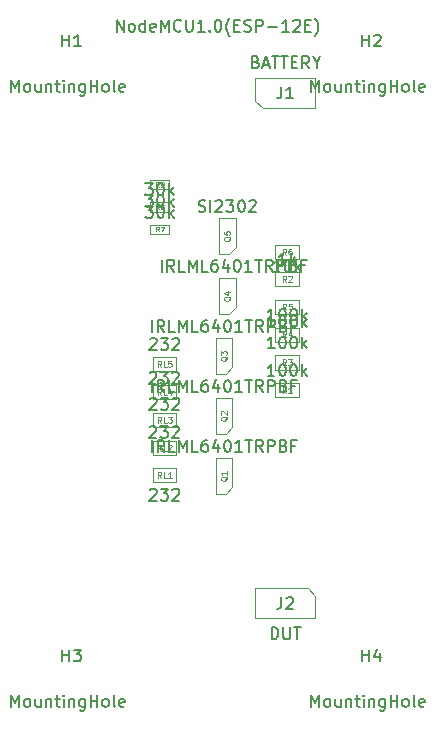
<source format=gbr>
G04 #@! TF.GenerationSoftware,KiCad,Pcbnew,(5.0.2)-1*
G04 #@! TF.CreationDate,2019-06-27T16:40:19+05:30*
G04 #@! TF.ProjectId,mAhTime,6d416854-696d-4652-9e6b-696361645f70,rev?*
G04 #@! TF.SameCoordinates,Original*
G04 #@! TF.FileFunction,Other,Fab,Top*
%FSLAX46Y46*%
G04 Gerber Fmt 4.6, Leading zero omitted, Abs format (unit mm)*
G04 Created by KiCad (PCBNEW (5.0.2)-1) date 06/27/19 16:40:19*
%MOMM*%
%LPD*%
G01*
G04 APERTURE LIST*
%ADD10C,0.100000*%
%ADD11C,0.150000*%
%ADD12C,0.080000*%
%ADD13C,0.075000*%
%ADD14C,0.060000*%
G04 APERTURE END LIST*
D10*
G04 #@! TO.C,R2*
X35700000Y-34800000D02*
X35700000Y-36000000D01*
X35700000Y-36000000D02*
X33700000Y-36000000D01*
X33700000Y-36000000D02*
X33700000Y-34800000D01*
X33700000Y-34800000D02*
X35700000Y-34800000D01*
G04 #@! TO.C,Q5*
X30330000Y-30240000D02*
X28930000Y-30240000D01*
X28930000Y-33280000D02*
X28930000Y-30240000D01*
X30330000Y-32710000D02*
X29780000Y-33280000D01*
X29780000Y-33280000D02*
X28930000Y-33280000D01*
X30330000Y-32710000D02*
X30330000Y-30260000D01*
G04 #@! TO.C,J1*
X32639000Y-20920000D02*
X32004000Y-20285000D01*
X37084000Y-20920000D02*
X32639000Y-20920000D01*
X37084000Y-18380000D02*
X37084000Y-20920000D01*
X32004000Y-18380000D02*
X37084000Y-18380000D01*
X32004000Y-20285000D02*
X32004000Y-18380000D01*
G04 #@! TO.C,J2*
X37084000Y-62230000D02*
X37084000Y-64135000D01*
X37084000Y-64135000D02*
X32004000Y-64135000D01*
X32004000Y-64135000D02*
X32004000Y-61595000D01*
X32004000Y-61595000D02*
X36449000Y-61595000D01*
X36449000Y-61595000D02*
X37084000Y-62230000D01*
G04 #@! TO.C,Q1*
X30050000Y-53020000D02*
X30050000Y-50570000D01*
X29500000Y-53590000D02*
X28650000Y-53590000D01*
X30050000Y-53020000D02*
X29500000Y-53590000D01*
X28650000Y-53590000D02*
X28650000Y-50550000D01*
X30050000Y-50550000D02*
X28650000Y-50550000D01*
G04 #@! TO.C,Q2*
X30050000Y-45470000D02*
X28650000Y-45470000D01*
X28650000Y-48510000D02*
X28650000Y-45470000D01*
X30050000Y-47940000D02*
X29500000Y-48510000D01*
X29500000Y-48510000D02*
X28650000Y-48510000D01*
X30050000Y-47940000D02*
X30050000Y-45490000D01*
G04 #@! TO.C,Q3*
X30050000Y-42860000D02*
X30050000Y-40410000D01*
X29500000Y-43430000D02*
X28650000Y-43430000D01*
X30050000Y-42860000D02*
X29500000Y-43430000D01*
X28650000Y-43430000D02*
X28650000Y-40390000D01*
X30050000Y-40390000D02*
X28650000Y-40390000D01*
G04 #@! TO.C,Q4*
X30330000Y-35310000D02*
X28930000Y-35310000D01*
X28930000Y-38350000D02*
X28930000Y-35310000D01*
X30330000Y-37780000D02*
X29780000Y-38350000D01*
X29780000Y-38350000D02*
X28930000Y-38350000D01*
X30330000Y-37780000D02*
X30330000Y-35330000D01*
G04 #@! TO.C,R1*
X33700000Y-44200000D02*
X35700000Y-44200000D01*
X33700000Y-45400000D02*
X33700000Y-44200000D01*
X35700000Y-45400000D02*
X33700000Y-45400000D01*
X35700000Y-44200000D02*
X35700000Y-45400000D01*
G04 #@! TO.C,R3*
X35710000Y-41860000D02*
X35710000Y-43060000D01*
X35710000Y-43060000D02*
X33710000Y-43060000D01*
X33710000Y-43060000D02*
X33710000Y-41860000D01*
X33710000Y-41860000D02*
X35710000Y-41860000D01*
G04 #@! TO.C,R4*
X33710000Y-39500000D02*
X35710000Y-39500000D01*
X33710000Y-40700000D02*
X33710000Y-39500000D01*
X35710000Y-40700000D02*
X33710000Y-40700000D01*
X35710000Y-39500000D02*
X35710000Y-40700000D01*
G04 #@! TO.C,R5*
X35710000Y-37140000D02*
X35710000Y-38340000D01*
X35710000Y-38340000D02*
X33710000Y-38340000D01*
X33710000Y-38340000D02*
X33710000Y-37140000D01*
X33710000Y-37140000D02*
X35710000Y-37140000D01*
G04 #@! TO.C,R6*
X35700000Y-32500000D02*
X35700000Y-33700000D01*
X35700000Y-33700000D02*
X33700000Y-33700000D01*
X33700000Y-33700000D02*
X33700000Y-32500000D01*
X33700000Y-32500000D02*
X35700000Y-32500000D01*
G04 #@! TO.C,R7*
X24720000Y-30780000D02*
X24720000Y-31580000D01*
X24720000Y-31580000D02*
X23120000Y-31580000D01*
X23120000Y-31580000D02*
X23120000Y-30780000D01*
X23120000Y-30780000D02*
X24720000Y-30780000D01*
G04 #@! TO.C,R8*
X24720000Y-28880000D02*
X24720000Y-29680000D01*
X24720000Y-29680000D02*
X23120000Y-29680000D01*
X23120000Y-29680000D02*
X23120000Y-28880000D01*
X23120000Y-28880000D02*
X24720000Y-28880000D01*
G04 #@! TO.C,R9*
X24720000Y-27790000D02*
X23120000Y-27790000D01*
X24720000Y-26990000D02*
X24720000Y-27790000D01*
X23120000Y-26990000D02*
X24720000Y-26990000D01*
X23120000Y-27790000D02*
X23120000Y-26990000D01*
G04 #@! TO.C,RL1*
X25320000Y-51400000D02*
X25320000Y-52600000D01*
X25320000Y-52600000D02*
X23320000Y-52600000D01*
X23320000Y-52600000D02*
X23320000Y-51400000D01*
X23320000Y-51400000D02*
X25320000Y-51400000D01*
G04 #@! TO.C,RL2*
X25320000Y-49100000D02*
X25320000Y-50300000D01*
X25320000Y-50300000D02*
X23320000Y-50300000D01*
X23320000Y-50300000D02*
X23320000Y-49100000D01*
X23320000Y-49100000D02*
X25320000Y-49100000D01*
G04 #@! TO.C,RL3*
X23330000Y-46730000D02*
X25330000Y-46730000D01*
X23330000Y-47930000D02*
X23330000Y-46730000D01*
X25330000Y-47930000D02*
X23330000Y-47930000D01*
X25330000Y-46730000D02*
X25330000Y-47930000D01*
G04 #@! TO.C,RL4*
X23330000Y-44360000D02*
X25330000Y-44360000D01*
X23330000Y-45560000D02*
X23330000Y-44360000D01*
X25330000Y-45560000D02*
X23330000Y-45560000D01*
X25330000Y-44360000D02*
X25330000Y-45560000D01*
G04 #@! TO.C,RL5*
X25320000Y-41990000D02*
X25320000Y-43190000D01*
X25320000Y-43190000D02*
X23320000Y-43190000D01*
X23320000Y-43190000D02*
X23320000Y-41990000D01*
X23320000Y-41990000D02*
X25320000Y-41990000D01*
G04 #@! TD*
G04 #@! TO.C,U1*
D11*
X20276190Y-14442380D02*
X20276190Y-13442380D01*
X20847619Y-14442380D01*
X20847619Y-13442380D01*
X21466666Y-14442380D02*
X21371428Y-14394761D01*
X21323809Y-14347142D01*
X21276190Y-14251904D01*
X21276190Y-13966190D01*
X21323809Y-13870952D01*
X21371428Y-13823333D01*
X21466666Y-13775714D01*
X21609523Y-13775714D01*
X21704761Y-13823333D01*
X21752380Y-13870952D01*
X21800000Y-13966190D01*
X21800000Y-14251904D01*
X21752380Y-14347142D01*
X21704761Y-14394761D01*
X21609523Y-14442380D01*
X21466666Y-14442380D01*
X22657142Y-14442380D02*
X22657142Y-13442380D01*
X22657142Y-14394761D02*
X22561904Y-14442380D01*
X22371428Y-14442380D01*
X22276190Y-14394761D01*
X22228571Y-14347142D01*
X22180952Y-14251904D01*
X22180952Y-13966190D01*
X22228571Y-13870952D01*
X22276190Y-13823333D01*
X22371428Y-13775714D01*
X22561904Y-13775714D01*
X22657142Y-13823333D01*
X23514285Y-14394761D02*
X23419047Y-14442380D01*
X23228571Y-14442380D01*
X23133333Y-14394761D01*
X23085714Y-14299523D01*
X23085714Y-13918571D01*
X23133333Y-13823333D01*
X23228571Y-13775714D01*
X23419047Y-13775714D01*
X23514285Y-13823333D01*
X23561904Y-13918571D01*
X23561904Y-14013809D01*
X23085714Y-14109047D01*
X23990476Y-14442380D02*
X23990476Y-13442380D01*
X24323809Y-14156666D01*
X24657142Y-13442380D01*
X24657142Y-14442380D01*
X25704761Y-14347142D02*
X25657142Y-14394761D01*
X25514285Y-14442380D01*
X25419047Y-14442380D01*
X25276190Y-14394761D01*
X25180952Y-14299523D01*
X25133333Y-14204285D01*
X25085714Y-14013809D01*
X25085714Y-13870952D01*
X25133333Y-13680476D01*
X25180952Y-13585238D01*
X25276190Y-13490000D01*
X25419047Y-13442380D01*
X25514285Y-13442380D01*
X25657142Y-13490000D01*
X25704761Y-13537619D01*
X26133333Y-13442380D02*
X26133333Y-14251904D01*
X26180952Y-14347142D01*
X26228571Y-14394761D01*
X26323809Y-14442380D01*
X26514285Y-14442380D01*
X26609523Y-14394761D01*
X26657142Y-14347142D01*
X26704761Y-14251904D01*
X26704761Y-13442380D01*
X27704761Y-14442380D02*
X27133333Y-14442380D01*
X27419047Y-14442380D02*
X27419047Y-13442380D01*
X27323809Y-13585238D01*
X27228571Y-13680476D01*
X27133333Y-13728095D01*
X28133333Y-14347142D02*
X28180952Y-14394761D01*
X28133333Y-14442380D01*
X28085714Y-14394761D01*
X28133333Y-14347142D01*
X28133333Y-14442380D01*
X28800000Y-13442380D02*
X28895238Y-13442380D01*
X28990476Y-13490000D01*
X29038095Y-13537619D01*
X29085714Y-13632857D01*
X29133333Y-13823333D01*
X29133333Y-14061428D01*
X29085714Y-14251904D01*
X29038095Y-14347142D01*
X28990476Y-14394761D01*
X28895238Y-14442380D01*
X28800000Y-14442380D01*
X28704761Y-14394761D01*
X28657142Y-14347142D01*
X28609523Y-14251904D01*
X28561904Y-14061428D01*
X28561904Y-13823333D01*
X28609523Y-13632857D01*
X28657142Y-13537619D01*
X28704761Y-13490000D01*
X28800000Y-13442380D01*
X29847619Y-14823333D02*
X29800000Y-14775714D01*
X29704761Y-14632857D01*
X29657142Y-14537619D01*
X29609523Y-14394761D01*
X29561904Y-14156666D01*
X29561904Y-13966190D01*
X29609523Y-13728095D01*
X29657142Y-13585238D01*
X29704761Y-13490000D01*
X29800000Y-13347142D01*
X29847619Y-13299523D01*
X30228571Y-13918571D02*
X30561904Y-13918571D01*
X30704761Y-14442380D02*
X30228571Y-14442380D01*
X30228571Y-13442380D01*
X30704761Y-13442380D01*
X31085714Y-14394761D02*
X31228571Y-14442380D01*
X31466666Y-14442380D01*
X31561904Y-14394761D01*
X31609523Y-14347142D01*
X31657142Y-14251904D01*
X31657142Y-14156666D01*
X31609523Y-14061428D01*
X31561904Y-14013809D01*
X31466666Y-13966190D01*
X31276190Y-13918571D01*
X31180952Y-13870952D01*
X31133333Y-13823333D01*
X31085714Y-13728095D01*
X31085714Y-13632857D01*
X31133333Y-13537619D01*
X31180952Y-13490000D01*
X31276190Y-13442380D01*
X31514285Y-13442380D01*
X31657142Y-13490000D01*
X32085714Y-14442380D02*
X32085714Y-13442380D01*
X32466666Y-13442380D01*
X32561904Y-13490000D01*
X32609523Y-13537619D01*
X32657142Y-13632857D01*
X32657142Y-13775714D01*
X32609523Y-13870952D01*
X32561904Y-13918571D01*
X32466666Y-13966190D01*
X32085714Y-13966190D01*
X33085714Y-14061428D02*
X33847619Y-14061428D01*
X34847619Y-14442380D02*
X34276190Y-14442380D01*
X34561904Y-14442380D02*
X34561904Y-13442380D01*
X34466666Y-13585238D01*
X34371428Y-13680476D01*
X34276190Y-13728095D01*
X35228571Y-13537619D02*
X35276190Y-13490000D01*
X35371428Y-13442380D01*
X35609523Y-13442380D01*
X35704761Y-13490000D01*
X35752380Y-13537619D01*
X35800000Y-13632857D01*
X35800000Y-13728095D01*
X35752380Y-13870952D01*
X35180952Y-14442380D01*
X35800000Y-14442380D01*
X36228571Y-13918571D02*
X36561904Y-13918571D01*
X36704761Y-14442380D02*
X36228571Y-14442380D01*
X36228571Y-13442380D01*
X36704761Y-13442380D01*
X37038095Y-14823333D02*
X37085714Y-14775714D01*
X37180952Y-14632857D01*
X37228571Y-14537619D01*
X37276190Y-14394761D01*
X37323809Y-14156666D01*
X37323809Y-13966190D01*
X37276190Y-13728095D01*
X37228571Y-13585238D01*
X37180952Y-13490000D01*
X37085714Y-13347142D01*
X37038095Y-13299523D01*
G04 #@! TO.C,R2*
X34580952Y-34202380D02*
X34009523Y-34202380D01*
X34295238Y-34202380D02*
X34295238Y-33202380D01*
X34200000Y-33345238D01*
X34104761Y-33440476D01*
X34009523Y-33488095D01*
X35009523Y-34202380D02*
X35009523Y-33202380D01*
X35104761Y-33821428D02*
X35390476Y-34202380D01*
X35390476Y-33535714D02*
X35009523Y-33916666D01*
D12*
X34616666Y-35626190D02*
X34450000Y-35388095D01*
X34330952Y-35626190D02*
X34330952Y-35126190D01*
X34521428Y-35126190D01*
X34569047Y-35150000D01*
X34592857Y-35173809D01*
X34616666Y-35221428D01*
X34616666Y-35292857D01*
X34592857Y-35340476D01*
X34569047Y-35364285D01*
X34521428Y-35388095D01*
X34330952Y-35388095D01*
X34807142Y-35173809D02*
X34830952Y-35150000D01*
X34878571Y-35126190D01*
X34997619Y-35126190D01*
X35045238Y-35150000D01*
X35069047Y-35173809D01*
X35092857Y-35221428D01*
X35092857Y-35269047D01*
X35069047Y-35340476D01*
X34783333Y-35626190D01*
X35092857Y-35626190D01*
G04 #@! TO.C,H1*
D11*
X11343285Y-19542380D02*
X11343285Y-18542380D01*
X11676619Y-19256666D01*
X12009952Y-18542380D01*
X12009952Y-19542380D01*
X12629000Y-19542380D02*
X12533761Y-19494761D01*
X12486142Y-19447142D01*
X12438523Y-19351904D01*
X12438523Y-19066190D01*
X12486142Y-18970952D01*
X12533761Y-18923333D01*
X12629000Y-18875714D01*
X12771857Y-18875714D01*
X12867095Y-18923333D01*
X12914714Y-18970952D01*
X12962333Y-19066190D01*
X12962333Y-19351904D01*
X12914714Y-19447142D01*
X12867095Y-19494761D01*
X12771857Y-19542380D01*
X12629000Y-19542380D01*
X13819476Y-18875714D02*
X13819476Y-19542380D01*
X13390904Y-18875714D02*
X13390904Y-19399523D01*
X13438523Y-19494761D01*
X13533761Y-19542380D01*
X13676619Y-19542380D01*
X13771857Y-19494761D01*
X13819476Y-19447142D01*
X14295666Y-18875714D02*
X14295666Y-19542380D01*
X14295666Y-18970952D02*
X14343285Y-18923333D01*
X14438523Y-18875714D01*
X14581380Y-18875714D01*
X14676619Y-18923333D01*
X14724238Y-19018571D01*
X14724238Y-19542380D01*
X15057571Y-18875714D02*
X15438523Y-18875714D01*
X15200428Y-18542380D02*
X15200428Y-19399523D01*
X15248047Y-19494761D01*
X15343285Y-19542380D01*
X15438523Y-19542380D01*
X15771857Y-19542380D02*
X15771857Y-18875714D01*
X15771857Y-18542380D02*
X15724238Y-18590000D01*
X15771857Y-18637619D01*
X15819476Y-18590000D01*
X15771857Y-18542380D01*
X15771857Y-18637619D01*
X16248047Y-18875714D02*
X16248047Y-19542380D01*
X16248047Y-18970952D02*
X16295666Y-18923333D01*
X16390904Y-18875714D01*
X16533761Y-18875714D01*
X16629000Y-18923333D01*
X16676619Y-19018571D01*
X16676619Y-19542380D01*
X17581380Y-18875714D02*
X17581380Y-19685238D01*
X17533761Y-19780476D01*
X17486142Y-19828095D01*
X17390904Y-19875714D01*
X17248047Y-19875714D01*
X17152809Y-19828095D01*
X17581380Y-19494761D02*
X17486142Y-19542380D01*
X17295666Y-19542380D01*
X17200428Y-19494761D01*
X17152809Y-19447142D01*
X17105190Y-19351904D01*
X17105190Y-19066190D01*
X17152809Y-18970952D01*
X17200428Y-18923333D01*
X17295666Y-18875714D01*
X17486142Y-18875714D01*
X17581380Y-18923333D01*
X18057571Y-19542380D02*
X18057571Y-18542380D01*
X18057571Y-19018571D02*
X18629000Y-19018571D01*
X18629000Y-19542380D02*
X18629000Y-18542380D01*
X19248047Y-19542380D02*
X19152809Y-19494761D01*
X19105190Y-19447142D01*
X19057571Y-19351904D01*
X19057571Y-19066190D01*
X19105190Y-18970952D01*
X19152809Y-18923333D01*
X19248047Y-18875714D01*
X19390904Y-18875714D01*
X19486142Y-18923333D01*
X19533761Y-18970952D01*
X19581380Y-19066190D01*
X19581380Y-19351904D01*
X19533761Y-19447142D01*
X19486142Y-19494761D01*
X19390904Y-19542380D01*
X19248047Y-19542380D01*
X20152809Y-19542380D02*
X20057571Y-19494761D01*
X20009952Y-19399523D01*
X20009952Y-18542380D01*
X20914714Y-19494761D02*
X20819476Y-19542380D01*
X20629000Y-19542380D01*
X20533761Y-19494761D01*
X20486142Y-19399523D01*
X20486142Y-19018571D01*
X20533761Y-18923333D01*
X20629000Y-18875714D01*
X20819476Y-18875714D01*
X20914714Y-18923333D01*
X20962333Y-19018571D01*
X20962333Y-19113809D01*
X20486142Y-19209047D01*
X15667095Y-15692380D02*
X15667095Y-14692380D01*
X15667095Y-15168571D02*
X16238523Y-15168571D01*
X16238523Y-15692380D02*
X16238523Y-14692380D01*
X17238523Y-15692380D02*
X16667095Y-15692380D01*
X16952809Y-15692380D02*
X16952809Y-14692380D01*
X16857571Y-14835238D01*
X16762333Y-14930476D01*
X16667095Y-14978095D01*
G04 #@! TO.C,H2*
X36743285Y-19542380D02*
X36743285Y-18542380D01*
X37076619Y-19256666D01*
X37409952Y-18542380D01*
X37409952Y-19542380D01*
X38029000Y-19542380D02*
X37933761Y-19494761D01*
X37886142Y-19447142D01*
X37838523Y-19351904D01*
X37838523Y-19066190D01*
X37886142Y-18970952D01*
X37933761Y-18923333D01*
X38029000Y-18875714D01*
X38171857Y-18875714D01*
X38267095Y-18923333D01*
X38314714Y-18970952D01*
X38362333Y-19066190D01*
X38362333Y-19351904D01*
X38314714Y-19447142D01*
X38267095Y-19494761D01*
X38171857Y-19542380D01*
X38029000Y-19542380D01*
X39219476Y-18875714D02*
X39219476Y-19542380D01*
X38790904Y-18875714D02*
X38790904Y-19399523D01*
X38838523Y-19494761D01*
X38933761Y-19542380D01*
X39076619Y-19542380D01*
X39171857Y-19494761D01*
X39219476Y-19447142D01*
X39695666Y-18875714D02*
X39695666Y-19542380D01*
X39695666Y-18970952D02*
X39743285Y-18923333D01*
X39838523Y-18875714D01*
X39981380Y-18875714D01*
X40076619Y-18923333D01*
X40124238Y-19018571D01*
X40124238Y-19542380D01*
X40457571Y-18875714D02*
X40838523Y-18875714D01*
X40600428Y-18542380D02*
X40600428Y-19399523D01*
X40648047Y-19494761D01*
X40743285Y-19542380D01*
X40838523Y-19542380D01*
X41171857Y-19542380D02*
X41171857Y-18875714D01*
X41171857Y-18542380D02*
X41124238Y-18590000D01*
X41171857Y-18637619D01*
X41219476Y-18590000D01*
X41171857Y-18542380D01*
X41171857Y-18637619D01*
X41648047Y-18875714D02*
X41648047Y-19542380D01*
X41648047Y-18970952D02*
X41695666Y-18923333D01*
X41790904Y-18875714D01*
X41933761Y-18875714D01*
X42029000Y-18923333D01*
X42076619Y-19018571D01*
X42076619Y-19542380D01*
X42981380Y-18875714D02*
X42981380Y-19685238D01*
X42933761Y-19780476D01*
X42886142Y-19828095D01*
X42790904Y-19875714D01*
X42648047Y-19875714D01*
X42552809Y-19828095D01*
X42981380Y-19494761D02*
X42886142Y-19542380D01*
X42695666Y-19542380D01*
X42600428Y-19494761D01*
X42552809Y-19447142D01*
X42505190Y-19351904D01*
X42505190Y-19066190D01*
X42552809Y-18970952D01*
X42600428Y-18923333D01*
X42695666Y-18875714D01*
X42886142Y-18875714D01*
X42981380Y-18923333D01*
X43457571Y-19542380D02*
X43457571Y-18542380D01*
X43457571Y-19018571D02*
X44029000Y-19018571D01*
X44029000Y-19542380D02*
X44029000Y-18542380D01*
X44648047Y-19542380D02*
X44552809Y-19494761D01*
X44505190Y-19447142D01*
X44457571Y-19351904D01*
X44457571Y-19066190D01*
X44505190Y-18970952D01*
X44552809Y-18923333D01*
X44648047Y-18875714D01*
X44790904Y-18875714D01*
X44886142Y-18923333D01*
X44933761Y-18970952D01*
X44981380Y-19066190D01*
X44981380Y-19351904D01*
X44933761Y-19447142D01*
X44886142Y-19494761D01*
X44790904Y-19542380D01*
X44648047Y-19542380D01*
X45552809Y-19542380D02*
X45457571Y-19494761D01*
X45409952Y-19399523D01*
X45409952Y-18542380D01*
X46314714Y-19494761D02*
X46219476Y-19542380D01*
X46029000Y-19542380D01*
X45933761Y-19494761D01*
X45886142Y-19399523D01*
X45886142Y-19018571D01*
X45933761Y-18923333D01*
X46029000Y-18875714D01*
X46219476Y-18875714D01*
X46314714Y-18923333D01*
X46362333Y-19018571D01*
X46362333Y-19113809D01*
X45886142Y-19209047D01*
X41067095Y-15692380D02*
X41067095Y-14692380D01*
X41067095Y-15168571D02*
X41638523Y-15168571D01*
X41638523Y-15692380D02*
X41638523Y-14692380D01*
X42067095Y-14787619D02*
X42114714Y-14740000D01*
X42209952Y-14692380D01*
X42448047Y-14692380D01*
X42543285Y-14740000D01*
X42590904Y-14787619D01*
X42638523Y-14882857D01*
X42638523Y-14978095D01*
X42590904Y-15120952D01*
X42019476Y-15692380D01*
X42638523Y-15692380D01*
G04 #@! TO.C,H3*
X11343285Y-71612380D02*
X11343285Y-70612380D01*
X11676619Y-71326666D01*
X12009952Y-70612380D01*
X12009952Y-71612380D01*
X12629000Y-71612380D02*
X12533761Y-71564761D01*
X12486142Y-71517142D01*
X12438523Y-71421904D01*
X12438523Y-71136190D01*
X12486142Y-71040952D01*
X12533761Y-70993333D01*
X12629000Y-70945714D01*
X12771857Y-70945714D01*
X12867095Y-70993333D01*
X12914714Y-71040952D01*
X12962333Y-71136190D01*
X12962333Y-71421904D01*
X12914714Y-71517142D01*
X12867095Y-71564761D01*
X12771857Y-71612380D01*
X12629000Y-71612380D01*
X13819476Y-70945714D02*
X13819476Y-71612380D01*
X13390904Y-70945714D02*
X13390904Y-71469523D01*
X13438523Y-71564761D01*
X13533761Y-71612380D01*
X13676619Y-71612380D01*
X13771857Y-71564761D01*
X13819476Y-71517142D01*
X14295666Y-70945714D02*
X14295666Y-71612380D01*
X14295666Y-71040952D02*
X14343285Y-70993333D01*
X14438523Y-70945714D01*
X14581380Y-70945714D01*
X14676619Y-70993333D01*
X14724238Y-71088571D01*
X14724238Y-71612380D01*
X15057571Y-70945714D02*
X15438523Y-70945714D01*
X15200428Y-70612380D02*
X15200428Y-71469523D01*
X15248047Y-71564761D01*
X15343285Y-71612380D01*
X15438523Y-71612380D01*
X15771857Y-71612380D02*
X15771857Y-70945714D01*
X15771857Y-70612380D02*
X15724238Y-70660000D01*
X15771857Y-70707619D01*
X15819476Y-70660000D01*
X15771857Y-70612380D01*
X15771857Y-70707619D01*
X16248047Y-70945714D02*
X16248047Y-71612380D01*
X16248047Y-71040952D02*
X16295666Y-70993333D01*
X16390904Y-70945714D01*
X16533761Y-70945714D01*
X16629000Y-70993333D01*
X16676619Y-71088571D01*
X16676619Y-71612380D01*
X17581380Y-70945714D02*
X17581380Y-71755238D01*
X17533761Y-71850476D01*
X17486142Y-71898095D01*
X17390904Y-71945714D01*
X17248047Y-71945714D01*
X17152809Y-71898095D01*
X17581380Y-71564761D02*
X17486142Y-71612380D01*
X17295666Y-71612380D01*
X17200428Y-71564761D01*
X17152809Y-71517142D01*
X17105190Y-71421904D01*
X17105190Y-71136190D01*
X17152809Y-71040952D01*
X17200428Y-70993333D01*
X17295666Y-70945714D01*
X17486142Y-70945714D01*
X17581380Y-70993333D01*
X18057571Y-71612380D02*
X18057571Y-70612380D01*
X18057571Y-71088571D02*
X18629000Y-71088571D01*
X18629000Y-71612380D02*
X18629000Y-70612380D01*
X19248047Y-71612380D02*
X19152809Y-71564761D01*
X19105190Y-71517142D01*
X19057571Y-71421904D01*
X19057571Y-71136190D01*
X19105190Y-71040952D01*
X19152809Y-70993333D01*
X19248047Y-70945714D01*
X19390904Y-70945714D01*
X19486142Y-70993333D01*
X19533761Y-71040952D01*
X19581380Y-71136190D01*
X19581380Y-71421904D01*
X19533761Y-71517142D01*
X19486142Y-71564761D01*
X19390904Y-71612380D01*
X19248047Y-71612380D01*
X20152809Y-71612380D02*
X20057571Y-71564761D01*
X20009952Y-71469523D01*
X20009952Y-70612380D01*
X20914714Y-71564761D02*
X20819476Y-71612380D01*
X20629000Y-71612380D01*
X20533761Y-71564761D01*
X20486142Y-71469523D01*
X20486142Y-71088571D01*
X20533761Y-70993333D01*
X20629000Y-70945714D01*
X20819476Y-70945714D01*
X20914714Y-70993333D01*
X20962333Y-71088571D01*
X20962333Y-71183809D01*
X20486142Y-71279047D01*
X15667095Y-67762380D02*
X15667095Y-66762380D01*
X15667095Y-67238571D02*
X16238523Y-67238571D01*
X16238523Y-67762380D02*
X16238523Y-66762380D01*
X16619476Y-66762380D02*
X17238523Y-66762380D01*
X16905190Y-67143333D01*
X17048047Y-67143333D01*
X17143285Y-67190952D01*
X17190904Y-67238571D01*
X17238523Y-67333809D01*
X17238523Y-67571904D01*
X17190904Y-67667142D01*
X17143285Y-67714761D01*
X17048047Y-67762380D01*
X16762333Y-67762380D01*
X16667095Y-67714761D01*
X16619476Y-67667142D01*
G04 #@! TO.C,H4*
X36743285Y-71612380D02*
X36743285Y-70612380D01*
X37076619Y-71326666D01*
X37409952Y-70612380D01*
X37409952Y-71612380D01*
X38029000Y-71612380D02*
X37933761Y-71564761D01*
X37886142Y-71517142D01*
X37838523Y-71421904D01*
X37838523Y-71136190D01*
X37886142Y-71040952D01*
X37933761Y-70993333D01*
X38029000Y-70945714D01*
X38171857Y-70945714D01*
X38267095Y-70993333D01*
X38314714Y-71040952D01*
X38362333Y-71136190D01*
X38362333Y-71421904D01*
X38314714Y-71517142D01*
X38267095Y-71564761D01*
X38171857Y-71612380D01*
X38029000Y-71612380D01*
X39219476Y-70945714D02*
X39219476Y-71612380D01*
X38790904Y-70945714D02*
X38790904Y-71469523D01*
X38838523Y-71564761D01*
X38933761Y-71612380D01*
X39076619Y-71612380D01*
X39171857Y-71564761D01*
X39219476Y-71517142D01*
X39695666Y-70945714D02*
X39695666Y-71612380D01*
X39695666Y-71040952D02*
X39743285Y-70993333D01*
X39838523Y-70945714D01*
X39981380Y-70945714D01*
X40076619Y-70993333D01*
X40124238Y-71088571D01*
X40124238Y-71612380D01*
X40457571Y-70945714D02*
X40838523Y-70945714D01*
X40600428Y-70612380D02*
X40600428Y-71469523D01*
X40648047Y-71564761D01*
X40743285Y-71612380D01*
X40838523Y-71612380D01*
X41171857Y-71612380D02*
X41171857Y-70945714D01*
X41171857Y-70612380D02*
X41124238Y-70660000D01*
X41171857Y-70707619D01*
X41219476Y-70660000D01*
X41171857Y-70612380D01*
X41171857Y-70707619D01*
X41648047Y-70945714D02*
X41648047Y-71612380D01*
X41648047Y-71040952D02*
X41695666Y-70993333D01*
X41790904Y-70945714D01*
X41933761Y-70945714D01*
X42029000Y-70993333D01*
X42076619Y-71088571D01*
X42076619Y-71612380D01*
X42981380Y-70945714D02*
X42981380Y-71755238D01*
X42933761Y-71850476D01*
X42886142Y-71898095D01*
X42790904Y-71945714D01*
X42648047Y-71945714D01*
X42552809Y-71898095D01*
X42981380Y-71564761D02*
X42886142Y-71612380D01*
X42695666Y-71612380D01*
X42600428Y-71564761D01*
X42552809Y-71517142D01*
X42505190Y-71421904D01*
X42505190Y-71136190D01*
X42552809Y-71040952D01*
X42600428Y-70993333D01*
X42695666Y-70945714D01*
X42886142Y-70945714D01*
X42981380Y-70993333D01*
X43457571Y-71612380D02*
X43457571Y-70612380D01*
X43457571Y-71088571D02*
X44029000Y-71088571D01*
X44029000Y-71612380D02*
X44029000Y-70612380D01*
X44648047Y-71612380D02*
X44552809Y-71564761D01*
X44505190Y-71517142D01*
X44457571Y-71421904D01*
X44457571Y-71136190D01*
X44505190Y-71040952D01*
X44552809Y-70993333D01*
X44648047Y-70945714D01*
X44790904Y-70945714D01*
X44886142Y-70993333D01*
X44933761Y-71040952D01*
X44981380Y-71136190D01*
X44981380Y-71421904D01*
X44933761Y-71517142D01*
X44886142Y-71564761D01*
X44790904Y-71612380D01*
X44648047Y-71612380D01*
X45552809Y-71612380D02*
X45457571Y-71564761D01*
X45409952Y-71469523D01*
X45409952Y-70612380D01*
X46314714Y-71564761D02*
X46219476Y-71612380D01*
X46029000Y-71612380D01*
X45933761Y-71564761D01*
X45886142Y-71469523D01*
X45886142Y-71088571D01*
X45933761Y-70993333D01*
X46029000Y-70945714D01*
X46219476Y-70945714D01*
X46314714Y-70993333D01*
X46362333Y-71088571D01*
X46362333Y-71183809D01*
X45886142Y-71279047D01*
X41067095Y-67762380D02*
X41067095Y-66762380D01*
X41067095Y-67238571D02*
X41638523Y-67238571D01*
X41638523Y-67762380D02*
X41638523Y-66762380D01*
X42543285Y-67095714D02*
X42543285Y-67762380D01*
X42305190Y-66714761D02*
X42067095Y-67429047D01*
X42686142Y-67429047D01*
G04 #@! TO.C,Q5*
X27201428Y-29664761D02*
X27344285Y-29712380D01*
X27582380Y-29712380D01*
X27677619Y-29664761D01*
X27725238Y-29617142D01*
X27772857Y-29521904D01*
X27772857Y-29426666D01*
X27725238Y-29331428D01*
X27677619Y-29283809D01*
X27582380Y-29236190D01*
X27391904Y-29188571D01*
X27296666Y-29140952D01*
X27249047Y-29093333D01*
X27201428Y-28998095D01*
X27201428Y-28902857D01*
X27249047Y-28807619D01*
X27296666Y-28760000D01*
X27391904Y-28712380D01*
X27630000Y-28712380D01*
X27772857Y-28760000D01*
X28201428Y-29712380D02*
X28201428Y-28712380D01*
X28630000Y-28807619D02*
X28677619Y-28760000D01*
X28772857Y-28712380D01*
X29010952Y-28712380D01*
X29106190Y-28760000D01*
X29153809Y-28807619D01*
X29201428Y-28902857D01*
X29201428Y-28998095D01*
X29153809Y-29140952D01*
X28582380Y-29712380D01*
X29201428Y-29712380D01*
X29534761Y-28712380D02*
X30153809Y-28712380D01*
X29820476Y-29093333D01*
X29963333Y-29093333D01*
X30058571Y-29140952D01*
X30106190Y-29188571D01*
X30153809Y-29283809D01*
X30153809Y-29521904D01*
X30106190Y-29617142D01*
X30058571Y-29664761D01*
X29963333Y-29712380D01*
X29677619Y-29712380D01*
X29582380Y-29664761D01*
X29534761Y-29617142D01*
X30772857Y-28712380D02*
X30868095Y-28712380D01*
X30963333Y-28760000D01*
X31010952Y-28807619D01*
X31058571Y-28902857D01*
X31106190Y-29093333D01*
X31106190Y-29331428D01*
X31058571Y-29521904D01*
X31010952Y-29617142D01*
X30963333Y-29664761D01*
X30868095Y-29712380D01*
X30772857Y-29712380D01*
X30677619Y-29664761D01*
X30630000Y-29617142D01*
X30582380Y-29521904D01*
X30534761Y-29331428D01*
X30534761Y-29093333D01*
X30582380Y-28902857D01*
X30630000Y-28807619D01*
X30677619Y-28760000D01*
X30772857Y-28712380D01*
X31487142Y-28807619D02*
X31534761Y-28760000D01*
X31630000Y-28712380D01*
X31868095Y-28712380D01*
X31963333Y-28760000D01*
X32010952Y-28807619D01*
X32058571Y-28902857D01*
X32058571Y-28998095D01*
X32010952Y-29140952D01*
X31439523Y-29712380D01*
X32058571Y-29712380D01*
D13*
X29903809Y-31807619D02*
X29880000Y-31855238D01*
X29832380Y-31902857D01*
X29760952Y-31974285D01*
X29737142Y-32021904D01*
X29737142Y-32069523D01*
X29856190Y-32045714D02*
X29832380Y-32093333D01*
X29784761Y-32140952D01*
X29689523Y-32164761D01*
X29522857Y-32164761D01*
X29427619Y-32140952D01*
X29380000Y-32093333D01*
X29356190Y-32045714D01*
X29356190Y-31950476D01*
X29380000Y-31902857D01*
X29427619Y-31855238D01*
X29522857Y-31831428D01*
X29689523Y-31831428D01*
X29784761Y-31855238D01*
X29832380Y-31902857D01*
X29856190Y-31950476D01*
X29856190Y-32045714D01*
X29356190Y-31379047D02*
X29356190Y-31617142D01*
X29594285Y-31640952D01*
X29570476Y-31617142D01*
X29546666Y-31569523D01*
X29546666Y-31450476D01*
X29570476Y-31402857D01*
X29594285Y-31379047D01*
X29641904Y-31355238D01*
X29760952Y-31355238D01*
X29808571Y-31379047D01*
X29832380Y-31402857D01*
X29856190Y-31450476D01*
X29856190Y-31569523D01*
X29832380Y-31617142D01*
X29808571Y-31640952D01*
G04 #@! TO.C,J1*
D11*
X32044000Y-17018571D02*
X32186857Y-17066190D01*
X32234476Y-17113809D01*
X32282095Y-17209047D01*
X32282095Y-17351904D01*
X32234476Y-17447142D01*
X32186857Y-17494761D01*
X32091619Y-17542380D01*
X31710666Y-17542380D01*
X31710666Y-16542380D01*
X32044000Y-16542380D01*
X32139238Y-16590000D01*
X32186857Y-16637619D01*
X32234476Y-16732857D01*
X32234476Y-16828095D01*
X32186857Y-16923333D01*
X32139238Y-16970952D01*
X32044000Y-17018571D01*
X31710666Y-17018571D01*
X32663047Y-17256666D02*
X33139238Y-17256666D01*
X32567809Y-17542380D02*
X32901142Y-16542380D01*
X33234476Y-17542380D01*
X33424952Y-16542380D02*
X33996380Y-16542380D01*
X33710666Y-17542380D02*
X33710666Y-16542380D01*
X34186857Y-16542380D02*
X34758285Y-16542380D01*
X34472571Y-17542380D02*
X34472571Y-16542380D01*
X35091619Y-17018571D02*
X35424952Y-17018571D01*
X35567809Y-17542380D02*
X35091619Y-17542380D01*
X35091619Y-16542380D01*
X35567809Y-16542380D01*
X36567809Y-17542380D02*
X36234476Y-17066190D01*
X35996380Y-17542380D02*
X35996380Y-16542380D01*
X36377333Y-16542380D01*
X36472571Y-16590000D01*
X36520190Y-16637619D01*
X36567809Y-16732857D01*
X36567809Y-16875714D01*
X36520190Y-16970952D01*
X36472571Y-17018571D01*
X36377333Y-17066190D01*
X35996380Y-17066190D01*
X37186857Y-17066190D02*
X37186857Y-17542380D01*
X36853523Y-16542380D02*
X37186857Y-17066190D01*
X37520190Y-16542380D01*
X34210666Y-19102380D02*
X34210666Y-19816666D01*
X34163047Y-19959523D01*
X34067809Y-20054761D01*
X33924952Y-20102380D01*
X33829714Y-20102380D01*
X35210666Y-20102380D02*
X34639238Y-20102380D01*
X34924952Y-20102380D02*
X34924952Y-19102380D01*
X34829714Y-19245238D01*
X34734476Y-19340476D01*
X34639238Y-19388095D01*
G04 #@! TO.C,J2*
X33377333Y-65877380D02*
X33377333Y-64877380D01*
X33615428Y-64877380D01*
X33758285Y-64925000D01*
X33853523Y-65020238D01*
X33901142Y-65115476D01*
X33948761Y-65305952D01*
X33948761Y-65448809D01*
X33901142Y-65639285D01*
X33853523Y-65734523D01*
X33758285Y-65829761D01*
X33615428Y-65877380D01*
X33377333Y-65877380D01*
X34377333Y-64877380D02*
X34377333Y-65686904D01*
X34424952Y-65782142D01*
X34472571Y-65829761D01*
X34567809Y-65877380D01*
X34758285Y-65877380D01*
X34853523Y-65829761D01*
X34901142Y-65782142D01*
X34948761Y-65686904D01*
X34948761Y-64877380D01*
X35282095Y-64877380D02*
X35853523Y-64877380D01*
X35567809Y-65877380D02*
X35567809Y-64877380D01*
X34210666Y-62317380D02*
X34210666Y-63031666D01*
X34163047Y-63174523D01*
X34067809Y-63269761D01*
X33924952Y-63317380D01*
X33829714Y-63317380D01*
X34639238Y-62412619D02*
X34686857Y-62365000D01*
X34782095Y-62317380D01*
X35020190Y-62317380D01*
X35115428Y-62365000D01*
X35163047Y-62412619D01*
X35210666Y-62507857D01*
X35210666Y-62603095D01*
X35163047Y-62745952D01*
X34591619Y-63317380D01*
X35210666Y-63317380D01*
G04 #@! TO.C,Q1*
X23254761Y-50022380D02*
X23254761Y-49022380D01*
X24302380Y-50022380D02*
X23969047Y-49546190D01*
X23730952Y-50022380D02*
X23730952Y-49022380D01*
X24111904Y-49022380D01*
X24207142Y-49070000D01*
X24254761Y-49117619D01*
X24302380Y-49212857D01*
X24302380Y-49355714D01*
X24254761Y-49450952D01*
X24207142Y-49498571D01*
X24111904Y-49546190D01*
X23730952Y-49546190D01*
X25207142Y-50022380D02*
X24730952Y-50022380D01*
X24730952Y-49022380D01*
X25540476Y-50022380D02*
X25540476Y-49022380D01*
X25873809Y-49736666D01*
X26207142Y-49022380D01*
X26207142Y-50022380D01*
X27159523Y-50022380D02*
X26683333Y-50022380D01*
X26683333Y-49022380D01*
X27921428Y-49022380D02*
X27730952Y-49022380D01*
X27635714Y-49070000D01*
X27588095Y-49117619D01*
X27492857Y-49260476D01*
X27445238Y-49450952D01*
X27445238Y-49831904D01*
X27492857Y-49927142D01*
X27540476Y-49974761D01*
X27635714Y-50022380D01*
X27826190Y-50022380D01*
X27921428Y-49974761D01*
X27969047Y-49927142D01*
X28016666Y-49831904D01*
X28016666Y-49593809D01*
X27969047Y-49498571D01*
X27921428Y-49450952D01*
X27826190Y-49403333D01*
X27635714Y-49403333D01*
X27540476Y-49450952D01*
X27492857Y-49498571D01*
X27445238Y-49593809D01*
X28873809Y-49355714D02*
X28873809Y-50022380D01*
X28635714Y-48974761D02*
X28397619Y-49689047D01*
X29016666Y-49689047D01*
X29588095Y-49022380D02*
X29683333Y-49022380D01*
X29778571Y-49070000D01*
X29826190Y-49117619D01*
X29873809Y-49212857D01*
X29921428Y-49403333D01*
X29921428Y-49641428D01*
X29873809Y-49831904D01*
X29826190Y-49927142D01*
X29778571Y-49974761D01*
X29683333Y-50022380D01*
X29588095Y-50022380D01*
X29492857Y-49974761D01*
X29445238Y-49927142D01*
X29397619Y-49831904D01*
X29349999Y-49641428D01*
X29349999Y-49403333D01*
X29397619Y-49212857D01*
X29445238Y-49117619D01*
X29492857Y-49070000D01*
X29588095Y-49022380D01*
X30873809Y-50022380D02*
X30302380Y-50022380D01*
X30588095Y-50022380D02*
X30588095Y-49022380D01*
X30492857Y-49165238D01*
X30397619Y-49260476D01*
X30302380Y-49308095D01*
X31159523Y-49022380D02*
X31730952Y-49022380D01*
X31445238Y-50022380D02*
X31445238Y-49022380D01*
X32635714Y-50022380D02*
X32302380Y-49546190D01*
X32064285Y-50022380D02*
X32064285Y-49022380D01*
X32445238Y-49022380D01*
X32540476Y-49070000D01*
X32588095Y-49117619D01*
X32635714Y-49212857D01*
X32635714Y-49355714D01*
X32588095Y-49450952D01*
X32540476Y-49498571D01*
X32445238Y-49546190D01*
X32064285Y-49546190D01*
X33064285Y-50022380D02*
X33064285Y-49022380D01*
X33445238Y-49022380D01*
X33540476Y-49070000D01*
X33588095Y-49117619D01*
X33635714Y-49212857D01*
X33635714Y-49355714D01*
X33588095Y-49450952D01*
X33540476Y-49498571D01*
X33445238Y-49546190D01*
X33064285Y-49546190D01*
X34397619Y-49498571D02*
X34540476Y-49546190D01*
X34588095Y-49593809D01*
X34635714Y-49689047D01*
X34635714Y-49831904D01*
X34588095Y-49927142D01*
X34540476Y-49974761D01*
X34445238Y-50022380D01*
X34064285Y-50022380D01*
X34064285Y-49022380D01*
X34397619Y-49022380D01*
X34492857Y-49070000D01*
X34540476Y-49117619D01*
X34588095Y-49212857D01*
X34588095Y-49308095D01*
X34540476Y-49403333D01*
X34492857Y-49450952D01*
X34397619Y-49498571D01*
X34064285Y-49498571D01*
X35397619Y-49498571D02*
X35064285Y-49498571D01*
X35064285Y-50022380D02*
X35064285Y-49022380D01*
X35540476Y-49022380D01*
D13*
X29623809Y-52117619D02*
X29600000Y-52165238D01*
X29552380Y-52212857D01*
X29480952Y-52284285D01*
X29457142Y-52331904D01*
X29457142Y-52379523D01*
X29576190Y-52355714D02*
X29552380Y-52403333D01*
X29504761Y-52450952D01*
X29409523Y-52474761D01*
X29242857Y-52474761D01*
X29147619Y-52450952D01*
X29100000Y-52403333D01*
X29076190Y-52355714D01*
X29076190Y-52260476D01*
X29100000Y-52212857D01*
X29147619Y-52165238D01*
X29242857Y-52141428D01*
X29409523Y-52141428D01*
X29504761Y-52165238D01*
X29552380Y-52212857D01*
X29576190Y-52260476D01*
X29576190Y-52355714D01*
X29576190Y-51665238D02*
X29576190Y-51950952D01*
X29576190Y-51808095D02*
X29076190Y-51808095D01*
X29147619Y-51855714D01*
X29195238Y-51903333D01*
X29219047Y-51950952D01*
G04 #@! TO.C,Q2*
D11*
X23254761Y-44942380D02*
X23254761Y-43942380D01*
X24302380Y-44942380D02*
X23969047Y-44466190D01*
X23730952Y-44942380D02*
X23730952Y-43942380D01*
X24111904Y-43942380D01*
X24207142Y-43990000D01*
X24254761Y-44037619D01*
X24302380Y-44132857D01*
X24302380Y-44275714D01*
X24254761Y-44370952D01*
X24207142Y-44418571D01*
X24111904Y-44466190D01*
X23730952Y-44466190D01*
X25207142Y-44942380D02*
X24730952Y-44942380D01*
X24730952Y-43942380D01*
X25540476Y-44942380D02*
X25540476Y-43942380D01*
X25873809Y-44656666D01*
X26207142Y-43942380D01*
X26207142Y-44942380D01*
X27159523Y-44942380D02*
X26683333Y-44942380D01*
X26683333Y-43942380D01*
X27921428Y-43942380D02*
X27730952Y-43942380D01*
X27635714Y-43990000D01*
X27588095Y-44037619D01*
X27492857Y-44180476D01*
X27445238Y-44370952D01*
X27445238Y-44751904D01*
X27492857Y-44847142D01*
X27540476Y-44894761D01*
X27635714Y-44942380D01*
X27826190Y-44942380D01*
X27921428Y-44894761D01*
X27969047Y-44847142D01*
X28016666Y-44751904D01*
X28016666Y-44513809D01*
X27969047Y-44418571D01*
X27921428Y-44370952D01*
X27826190Y-44323333D01*
X27635714Y-44323333D01*
X27540476Y-44370952D01*
X27492857Y-44418571D01*
X27445238Y-44513809D01*
X28873809Y-44275714D02*
X28873809Y-44942380D01*
X28635714Y-43894761D02*
X28397619Y-44609047D01*
X29016666Y-44609047D01*
X29588095Y-43942380D02*
X29683333Y-43942380D01*
X29778571Y-43990000D01*
X29826190Y-44037619D01*
X29873809Y-44132857D01*
X29921428Y-44323333D01*
X29921428Y-44561428D01*
X29873809Y-44751904D01*
X29826190Y-44847142D01*
X29778571Y-44894761D01*
X29683333Y-44942380D01*
X29588095Y-44942380D01*
X29492857Y-44894761D01*
X29445238Y-44847142D01*
X29397619Y-44751904D01*
X29349999Y-44561428D01*
X29349999Y-44323333D01*
X29397619Y-44132857D01*
X29445238Y-44037619D01*
X29492857Y-43990000D01*
X29588095Y-43942380D01*
X30873809Y-44942380D02*
X30302380Y-44942380D01*
X30588095Y-44942380D02*
X30588095Y-43942380D01*
X30492857Y-44085238D01*
X30397619Y-44180476D01*
X30302380Y-44228095D01*
X31159523Y-43942380D02*
X31730952Y-43942380D01*
X31445238Y-44942380D02*
X31445238Y-43942380D01*
X32635714Y-44942380D02*
X32302380Y-44466190D01*
X32064285Y-44942380D02*
X32064285Y-43942380D01*
X32445238Y-43942380D01*
X32540476Y-43990000D01*
X32588095Y-44037619D01*
X32635714Y-44132857D01*
X32635714Y-44275714D01*
X32588095Y-44370952D01*
X32540476Y-44418571D01*
X32445238Y-44466190D01*
X32064285Y-44466190D01*
X33064285Y-44942380D02*
X33064285Y-43942380D01*
X33445238Y-43942380D01*
X33540476Y-43990000D01*
X33588095Y-44037619D01*
X33635714Y-44132857D01*
X33635714Y-44275714D01*
X33588095Y-44370952D01*
X33540476Y-44418571D01*
X33445238Y-44466190D01*
X33064285Y-44466190D01*
X34397619Y-44418571D02*
X34540476Y-44466190D01*
X34588095Y-44513809D01*
X34635714Y-44609047D01*
X34635714Y-44751904D01*
X34588095Y-44847142D01*
X34540476Y-44894761D01*
X34445238Y-44942380D01*
X34064285Y-44942380D01*
X34064285Y-43942380D01*
X34397619Y-43942380D01*
X34492857Y-43990000D01*
X34540476Y-44037619D01*
X34588095Y-44132857D01*
X34588095Y-44228095D01*
X34540476Y-44323333D01*
X34492857Y-44370952D01*
X34397619Y-44418571D01*
X34064285Y-44418571D01*
X35397619Y-44418571D02*
X35064285Y-44418571D01*
X35064285Y-44942380D02*
X35064285Y-43942380D01*
X35540476Y-43942380D01*
D13*
X29623809Y-47037619D02*
X29600000Y-47085238D01*
X29552380Y-47132857D01*
X29480952Y-47204285D01*
X29457142Y-47251904D01*
X29457142Y-47299523D01*
X29576190Y-47275714D02*
X29552380Y-47323333D01*
X29504761Y-47370952D01*
X29409523Y-47394761D01*
X29242857Y-47394761D01*
X29147619Y-47370952D01*
X29100000Y-47323333D01*
X29076190Y-47275714D01*
X29076190Y-47180476D01*
X29100000Y-47132857D01*
X29147619Y-47085238D01*
X29242857Y-47061428D01*
X29409523Y-47061428D01*
X29504761Y-47085238D01*
X29552380Y-47132857D01*
X29576190Y-47180476D01*
X29576190Y-47275714D01*
X29123809Y-46870952D02*
X29100000Y-46847142D01*
X29076190Y-46799523D01*
X29076190Y-46680476D01*
X29100000Y-46632857D01*
X29123809Y-46609047D01*
X29171428Y-46585238D01*
X29219047Y-46585238D01*
X29290476Y-46609047D01*
X29576190Y-46894761D01*
X29576190Y-46585238D01*
G04 #@! TO.C,Q3*
D11*
X23254761Y-39862380D02*
X23254761Y-38862380D01*
X24302380Y-39862380D02*
X23969047Y-39386190D01*
X23730952Y-39862380D02*
X23730952Y-38862380D01*
X24111904Y-38862380D01*
X24207142Y-38910000D01*
X24254761Y-38957619D01*
X24302380Y-39052857D01*
X24302380Y-39195714D01*
X24254761Y-39290952D01*
X24207142Y-39338571D01*
X24111904Y-39386190D01*
X23730952Y-39386190D01*
X25207142Y-39862380D02*
X24730952Y-39862380D01*
X24730952Y-38862380D01*
X25540476Y-39862380D02*
X25540476Y-38862380D01*
X25873809Y-39576666D01*
X26207142Y-38862380D01*
X26207142Y-39862380D01*
X27159523Y-39862380D02*
X26683333Y-39862380D01*
X26683333Y-38862380D01*
X27921428Y-38862380D02*
X27730952Y-38862380D01*
X27635714Y-38910000D01*
X27588095Y-38957619D01*
X27492857Y-39100476D01*
X27445238Y-39290952D01*
X27445238Y-39671904D01*
X27492857Y-39767142D01*
X27540476Y-39814761D01*
X27635714Y-39862380D01*
X27826190Y-39862380D01*
X27921428Y-39814761D01*
X27969047Y-39767142D01*
X28016666Y-39671904D01*
X28016666Y-39433809D01*
X27969047Y-39338571D01*
X27921428Y-39290952D01*
X27826190Y-39243333D01*
X27635714Y-39243333D01*
X27540476Y-39290952D01*
X27492857Y-39338571D01*
X27445238Y-39433809D01*
X28873809Y-39195714D02*
X28873809Y-39862380D01*
X28635714Y-38814761D02*
X28397619Y-39529047D01*
X29016666Y-39529047D01*
X29588095Y-38862380D02*
X29683333Y-38862380D01*
X29778571Y-38910000D01*
X29826190Y-38957619D01*
X29873809Y-39052857D01*
X29921428Y-39243333D01*
X29921428Y-39481428D01*
X29873809Y-39671904D01*
X29826190Y-39767142D01*
X29778571Y-39814761D01*
X29683333Y-39862380D01*
X29588095Y-39862380D01*
X29492857Y-39814761D01*
X29445238Y-39767142D01*
X29397619Y-39671904D01*
X29349999Y-39481428D01*
X29349999Y-39243333D01*
X29397619Y-39052857D01*
X29445238Y-38957619D01*
X29492857Y-38910000D01*
X29588095Y-38862380D01*
X30873809Y-39862380D02*
X30302380Y-39862380D01*
X30588095Y-39862380D02*
X30588095Y-38862380D01*
X30492857Y-39005238D01*
X30397619Y-39100476D01*
X30302380Y-39148095D01*
X31159523Y-38862380D02*
X31730952Y-38862380D01*
X31445238Y-39862380D02*
X31445238Y-38862380D01*
X32635714Y-39862380D02*
X32302380Y-39386190D01*
X32064285Y-39862380D02*
X32064285Y-38862380D01*
X32445238Y-38862380D01*
X32540476Y-38910000D01*
X32588095Y-38957619D01*
X32635714Y-39052857D01*
X32635714Y-39195714D01*
X32588095Y-39290952D01*
X32540476Y-39338571D01*
X32445238Y-39386190D01*
X32064285Y-39386190D01*
X33064285Y-39862380D02*
X33064285Y-38862380D01*
X33445238Y-38862380D01*
X33540476Y-38910000D01*
X33588095Y-38957619D01*
X33635714Y-39052857D01*
X33635714Y-39195714D01*
X33588095Y-39290952D01*
X33540476Y-39338571D01*
X33445238Y-39386190D01*
X33064285Y-39386190D01*
X34397619Y-39338571D02*
X34540476Y-39386190D01*
X34588095Y-39433809D01*
X34635714Y-39529047D01*
X34635714Y-39671904D01*
X34588095Y-39767142D01*
X34540476Y-39814761D01*
X34445238Y-39862380D01*
X34064285Y-39862380D01*
X34064285Y-38862380D01*
X34397619Y-38862380D01*
X34492857Y-38910000D01*
X34540476Y-38957619D01*
X34588095Y-39052857D01*
X34588095Y-39148095D01*
X34540476Y-39243333D01*
X34492857Y-39290952D01*
X34397619Y-39338571D01*
X34064285Y-39338571D01*
X35397619Y-39338571D02*
X35064285Y-39338571D01*
X35064285Y-39862380D02*
X35064285Y-38862380D01*
X35540476Y-38862380D01*
D13*
X29623809Y-41957619D02*
X29600000Y-42005238D01*
X29552380Y-42052857D01*
X29480952Y-42124285D01*
X29457142Y-42171904D01*
X29457142Y-42219523D01*
X29576190Y-42195714D02*
X29552380Y-42243333D01*
X29504761Y-42290952D01*
X29409523Y-42314761D01*
X29242857Y-42314761D01*
X29147619Y-42290952D01*
X29100000Y-42243333D01*
X29076190Y-42195714D01*
X29076190Y-42100476D01*
X29100000Y-42052857D01*
X29147619Y-42005238D01*
X29242857Y-41981428D01*
X29409523Y-41981428D01*
X29504761Y-42005238D01*
X29552380Y-42052857D01*
X29576190Y-42100476D01*
X29576190Y-42195714D01*
X29076190Y-41814761D02*
X29076190Y-41505238D01*
X29266666Y-41671904D01*
X29266666Y-41600476D01*
X29290476Y-41552857D01*
X29314285Y-41529047D01*
X29361904Y-41505238D01*
X29480952Y-41505238D01*
X29528571Y-41529047D01*
X29552380Y-41552857D01*
X29576190Y-41600476D01*
X29576190Y-41743333D01*
X29552380Y-41790952D01*
X29528571Y-41814761D01*
G04 #@! TO.C,Q4*
D11*
X24084761Y-34762380D02*
X24084761Y-33762380D01*
X25132380Y-34762380D02*
X24799047Y-34286190D01*
X24560952Y-34762380D02*
X24560952Y-33762380D01*
X24941904Y-33762380D01*
X25037142Y-33810000D01*
X25084761Y-33857619D01*
X25132380Y-33952857D01*
X25132380Y-34095714D01*
X25084761Y-34190952D01*
X25037142Y-34238571D01*
X24941904Y-34286190D01*
X24560952Y-34286190D01*
X26037142Y-34762380D02*
X25560952Y-34762380D01*
X25560952Y-33762380D01*
X26370476Y-34762380D02*
X26370476Y-33762380D01*
X26703809Y-34476666D01*
X27037142Y-33762380D01*
X27037142Y-34762380D01*
X27989523Y-34762380D02*
X27513333Y-34762380D01*
X27513333Y-33762380D01*
X28751428Y-33762380D02*
X28560952Y-33762380D01*
X28465714Y-33810000D01*
X28418095Y-33857619D01*
X28322857Y-34000476D01*
X28275238Y-34190952D01*
X28275238Y-34571904D01*
X28322857Y-34667142D01*
X28370476Y-34714761D01*
X28465714Y-34762380D01*
X28656190Y-34762380D01*
X28751428Y-34714761D01*
X28799047Y-34667142D01*
X28846666Y-34571904D01*
X28846666Y-34333809D01*
X28799047Y-34238571D01*
X28751428Y-34190952D01*
X28656190Y-34143333D01*
X28465714Y-34143333D01*
X28370476Y-34190952D01*
X28322857Y-34238571D01*
X28275238Y-34333809D01*
X29703809Y-34095714D02*
X29703809Y-34762380D01*
X29465714Y-33714761D02*
X29227619Y-34429047D01*
X29846666Y-34429047D01*
X30418095Y-33762380D02*
X30513333Y-33762380D01*
X30608571Y-33810000D01*
X30656190Y-33857619D01*
X30703809Y-33952857D01*
X30751428Y-34143333D01*
X30751428Y-34381428D01*
X30703809Y-34571904D01*
X30656190Y-34667142D01*
X30608571Y-34714761D01*
X30513333Y-34762380D01*
X30418095Y-34762380D01*
X30322857Y-34714761D01*
X30275238Y-34667142D01*
X30227619Y-34571904D01*
X30179999Y-34381428D01*
X30179999Y-34143333D01*
X30227619Y-33952857D01*
X30275238Y-33857619D01*
X30322857Y-33810000D01*
X30418095Y-33762380D01*
X31703809Y-34762380D02*
X31132380Y-34762380D01*
X31418095Y-34762380D02*
X31418095Y-33762380D01*
X31322857Y-33905238D01*
X31227619Y-34000476D01*
X31132380Y-34048095D01*
X31989523Y-33762380D02*
X32560952Y-33762380D01*
X32275238Y-34762380D02*
X32275238Y-33762380D01*
X33465714Y-34762380D02*
X33132380Y-34286190D01*
X32894285Y-34762380D02*
X32894285Y-33762380D01*
X33275238Y-33762380D01*
X33370476Y-33810000D01*
X33418095Y-33857619D01*
X33465714Y-33952857D01*
X33465714Y-34095714D01*
X33418095Y-34190952D01*
X33370476Y-34238571D01*
X33275238Y-34286190D01*
X32894285Y-34286190D01*
X33894285Y-34762380D02*
X33894285Y-33762380D01*
X34275238Y-33762380D01*
X34370476Y-33810000D01*
X34418095Y-33857619D01*
X34465714Y-33952857D01*
X34465714Y-34095714D01*
X34418095Y-34190952D01*
X34370476Y-34238571D01*
X34275238Y-34286190D01*
X33894285Y-34286190D01*
X35227619Y-34238571D02*
X35370476Y-34286190D01*
X35418095Y-34333809D01*
X35465714Y-34429047D01*
X35465714Y-34571904D01*
X35418095Y-34667142D01*
X35370476Y-34714761D01*
X35275238Y-34762380D01*
X34894285Y-34762380D01*
X34894285Y-33762380D01*
X35227619Y-33762380D01*
X35322857Y-33810000D01*
X35370476Y-33857619D01*
X35418095Y-33952857D01*
X35418095Y-34048095D01*
X35370476Y-34143333D01*
X35322857Y-34190952D01*
X35227619Y-34238571D01*
X34894285Y-34238571D01*
X36227619Y-34238571D02*
X35894285Y-34238571D01*
X35894285Y-34762380D02*
X35894285Y-33762380D01*
X36370476Y-33762380D01*
D13*
X29903809Y-36877619D02*
X29880000Y-36925238D01*
X29832380Y-36972857D01*
X29760952Y-37044285D01*
X29737142Y-37091904D01*
X29737142Y-37139523D01*
X29856190Y-37115714D02*
X29832380Y-37163333D01*
X29784761Y-37210952D01*
X29689523Y-37234761D01*
X29522857Y-37234761D01*
X29427619Y-37210952D01*
X29380000Y-37163333D01*
X29356190Y-37115714D01*
X29356190Y-37020476D01*
X29380000Y-36972857D01*
X29427619Y-36925238D01*
X29522857Y-36901428D01*
X29689523Y-36901428D01*
X29784761Y-36925238D01*
X29832380Y-36972857D01*
X29856190Y-37020476D01*
X29856190Y-37115714D01*
X29522857Y-36472857D02*
X29856190Y-36472857D01*
X29332380Y-36591904D02*
X29689523Y-36710952D01*
X29689523Y-36401428D01*
G04 #@! TO.C,R1*
D11*
X33628571Y-43602380D02*
X33057142Y-43602380D01*
X33342857Y-43602380D02*
X33342857Y-42602380D01*
X33247619Y-42745238D01*
X33152380Y-42840476D01*
X33057142Y-42888095D01*
X34247619Y-42602380D02*
X34342857Y-42602380D01*
X34438095Y-42650000D01*
X34485714Y-42697619D01*
X34533333Y-42792857D01*
X34580952Y-42983333D01*
X34580952Y-43221428D01*
X34533333Y-43411904D01*
X34485714Y-43507142D01*
X34438095Y-43554761D01*
X34342857Y-43602380D01*
X34247619Y-43602380D01*
X34152380Y-43554761D01*
X34104761Y-43507142D01*
X34057142Y-43411904D01*
X34009523Y-43221428D01*
X34009523Y-42983333D01*
X34057142Y-42792857D01*
X34104761Y-42697619D01*
X34152380Y-42650000D01*
X34247619Y-42602380D01*
X35200000Y-42602380D02*
X35295238Y-42602380D01*
X35390476Y-42650000D01*
X35438095Y-42697619D01*
X35485714Y-42792857D01*
X35533333Y-42983333D01*
X35533333Y-43221428D01*
X35485714Y-43411904D01*
X35438095Y-43507142D01*
X35390476Y-43554761D01*
X35295238Y-43602380D01*
X35200000Y-43602380D01*
X35104761Y-43554761D01*
X35057142Y-43507142D01*
X35009523Y-43411904D01*
X34961904Y-43221428D01*
X34961904Y-42983333D01*
X35009523Y-42792857D01*
X35057142Y-42697619D01*
X35104761Y-42650000D01*
X35200000Y-42602380D01*
X35961904Y-43602380D02*
X35961904Y-42602380D01*
X36057142Y-43221428D02*
X36342857Y-43602380D01*
X36342857Y-42935714D02*
X35961904Y-43316666D01*
D12*
X34616666Y-45026190D02*
X34450000Y-44788095D01*
X34330952Y-45026190D02*
X34330952Y-44526190D01*
X34521428Y-44526190D01*
X34569047Y-44550000D01*
X34592857Y-44573809D01*
X34616666Y-44621428D01*
X34616666Y-44692857D01*
X34592857Y-44740476D01*
X34569047Y-44764285D01*
X34521428Y-44788095D01*
X34330952Y-44788095D01*
X35092857Y-45026190D02*
X34807142Y-45026190D01*
X34950000Y-45026190D02*
X34950000Y-44526190D01*
X34902380Y-44597619D01*
X34854761Y-44645238D01*
X34807142Y-44669047D01*
G04 #@! TO.C,R3*
D11*
X33638571Y-41262380D02*
X33067142Y-41262380D01*
X33352857Y-41262380D02*
X33352857Y-40262380D01*
X33257619Y-40405238D01*
X33162380Y-40500476D01*
X33067142Y-40548095D01*
X34257619Y-40262380D02*
X34352857Y-40262380D01*
X34448095Y-40310000D01*
X34495714Y-40357619D01*
X34543333Y-40452857D01*
X34590952Y-40643333D01*
X34590952Y-40881428D01*
X34543333Y-41071904D01*
X34495714Y-41167142D01*
X34448095Y-41214761D01*
X34352857Y-41262380D01*
X34257619Y-41262380D01*
X34162380Y-41214761D01*
X34114761Y-41167142D01*
X34067142Y-41071904D01*
X34019523Y-40881428D01*
X34019523Y-40643333D01*
X34067142Y-40452857D01*
X34114761Y-40357619D01*
X34162380Y-40310000D01*
X34257619Y-40262380D01*
X35210000Y-40262380D02*
X35305238Y-40262380D01*
X35400476Y-40310000D01*
X35448095Y-40357619D01*
X35495714Y-40452857D01*
X35543333Y-40643333D01*
X35543333Y-40881428D01*
X35495714Y-41071904D01*
X35448095Y-41167142D01*
X35400476Y-41214761D01*
X35305238Y-41262380D01*
X35210000Y-41262380D01*
X35114761Y-41214761D01*
X35067142Y-41167142D01*
X35019523Y-41071904D01*
X34971904Y-40881428D01*
X34971904Y-40643333D01*
X35019523Y-40452857D01*
X35067142Y-40357619D01*
X35114761Y-40310000D01*
X35210000Y-40262380D01*
X35971904Y-41262380D02*
X35971904Y-40262380D01*
X36067142Y-40881428D02*
X36352857Y-41262380D01*
X36352857Y-40595714D02*
X35971904Y-40976666D01*
D12*
X34626666Y-42686190D02*
X34460000Y-42448095D01*
X34340952Y-42686190D02*
X34340952Y-42186190D01*
X34531428Y-42186190D01*
X34579047Y-42210000D01*
X34602857Y-42233809D01*
X34626666Y-42281428D01*
X34626666Y-42352857D01*
X34602857Y-42400476D01*
X34579047Y-42424285D01*
X34531428Y-42448095D01*
X34340952Y-42448095D01*
X34793333Y-42186190D02*
X35102857Y-42186190D01*
X34936190Y-42376666D01*
X35007619Y-42376666D01*
X35055238Y-42400476D01*
X35079047Y-42424285D01*
X35102857Y-42471904D01*
X35102857Y-42590952D01*
X35079047Y-42638571D01*
X35055238Y-42662380D01*
X35007619Y-42686190D01*
X34864761Y-42686190D01*
X34817142Y-42662380D01*
X34793333Y-42638571D01*
G04 #@! TO.C,R4*
D11*
X33638571Y-38902380D02*
X33067142Y-38902380D01*
X33352857Y-38902380D02*
X33352857Y-37902380D01*
X33257619Y-38045238D01*
X33162380Y-38140476D01*
X33067142Y-38188095D01*
X34257619Y-37902380D02*
X34352857Y-37902380D01*
X34448095Y-37950000D01*
X34495714Y-37997619D01*
X34543333Y-38092857D01*
X34590952Y-38283333D01*
X34590952Y-38521428D01*
X34543333Y-38711904D01*
X34495714Y-38807142D01*
X34448095Y-38854761D01*
X34352857Y-38902380D01*
X34257619Y-38902380D01*
X34162380Y-38854761D01*
X34114761Y-38807142D01*
X34067142Y-38711904D01*
X34019523Y-38521428D01*
X34019523Y-38283333D01*
X34067142Y-38092857D01*
X34114761Y-37997619D01*
X34162380Y-37950000D01*
X34257619Y-37902380D01*
X35210000Y-37902380D02*
X35305238Y-37902380D01*
X35400476Y-37950000D01*
X35448095Y-37997619D01*
X35495714Y-38092857D01*
X35543333Y-38283333D01*
X35543333Y-38521428D01*
X35495714Y-38711904D01*
X35448095Y-38807142D01*
X35400476Y-38854761D01*
X35305238Y-38902380D01*
X35210000Y-38902380D01*
X35114761Y-38854761D01*
X35067142Y-38807142D01*
X35019523Y-38711904D01*
X34971904Y-38521428D01*
X34971904Y-38283333D01*
X35019523Y-38092857D01*
X35067142Y-37997619D01*
X35114761Y-37950000D01*
X35210000Y-37902380D01*
X35971904Y-38902380D02*
X35971904Y-37902380D01*
X36067142Y-38521428D02*
X36352857Y-38902380D01*
X36352857Y-38235714D02*
X35971904Y-38616666D01*
D12*
X34626666Y-40326190D02*
X34460000Y-40088095D01*
X34340952Y-40326190D02*
X34340952Y-39826190D01*
X34531428Y-39826190D01*
X34579047Y-39850000D01*
X34602857Y-39873809D01*
X34626666Y-39921428D01*
X34626666Y-39992857D01*
X34602857Y-40040476D01*
X34579047Y-40064285D01*
X34531428Y-40088095D01*
X34340952Y-40088095D01*
X35055238Y-39992857D02*
X35055238Y-40326190D01*
X34936190Y-39802380D02*
X34817142Y-40159523D01*
X35126666Y-40159523D01*
G04 #@! TO.C,R5*
D11*
X33638571Y-39462380D02*
X33067142Y-39462380D01*
X33352857Y-39462380D02*
X33352857Y-38462380D01*
X33257619Y-38605238D01*
X33162380Y-38700476D01*
X33067142Y-38748095D01*
X34257619Y-38462380D02*
X34352857Y-38462380D01*
X34448095Y-38510000D01*
X34495714Y-38557619D01*
X34543333Y-38652857D01*
X34590952Y-38843333D01*
X34590952Y-39081428D01*
X34543333Y-39271904D01*
X34495714Y-39367142D01*
X34448095Y-39414761D01*
X34352857Y-39462380D01*
X34257619Y-39462380D01*
X34162380Y-39414761D01*
X34114761Y-39367142D01*
X34067142Y-39271904D01*
X34019523Y-39081428D01*
X34019523Y-38843333D01*
X34067142Y-38652857D01*
X34114761Y-38557619D01*
X34162380Y-38510000D01*
X34257619Y-38462380D01*
X35210000Y-38462380D02*
X35305238Y-38462380D01*
X35400476Y-38510000D01*
X35448095Y-38557619D01*
X35495714Y-38652857D01*
X35543333Y-38843333D01*
X35543333Y-39081428D01*
X35495714Y-39271904D01*
X35448095Y-39367142D01*
X35400476Y-39414761D01*
X35305238Y-39462380D01*
X35210000Y-39462380D01*
X35114761Y-39414761D01*
X35067142Y-39367142D01*
X35019523Y-39271904D01*
X34971904Y-39081428D01*
X34971904Y-38843333D01*
X35019523Y-38652857D01*
X35067142Y-38557619D01*
X35114761Y-38510000D01*
X35210000Y-38462380D01*
X35971904Y-39462380D02*
X35971904Y-38462380D01*
X36067142Y-39081428D02*
X36352857Y-39462380D01*
X36352857Y-38795714D02*
X35971904Y-39176666D01*
D12*
X34626666Y-37966190D02*
X34460000Y-37728095D01*
X34340952Y-37966190D02*
X34340952Y-37466190D01*
X34531428Y-37466190D01*
X34579047Y-37490000D01*
X34602857Y-37513809D01*
X34626666Y-37561428D01*
X34626666Y-37632857D01*
X34602857Y-37680476D01*
X34579047Y-37704285D01*
X34531428Y-37728095D01*
X34340952Y-37728095D01*
X35079047Y-37466190D02*
X34840952Y-37466190D01*
X34817142Y-37704285D01*
X34840952Y-37680476D01*
X34888571Y-37656666D01*
X35007619Y-37656666D01*
X35055238Y-37680476D01*
X35079047Y-37704285D01*
X35102857Y-37751904D01*
X35102857Y-37870952D01*
X35079047Y-37918571D01*
X35055238Y-37942380D01*
X35007619Y-37966190D01*
X34888571Y-37966190D01*
X34840952Y-37942380D01*
X34817142Y-37918571D01*
G04 #@! TO.C,R6*
D11*
X34104761Y-34822380D02*
X33533333Y-34822380D01*
X33819047Y-34822380D02*
X33819047Y-33822380D01*
X33723809Y-33965238D01*
X33628571Y-34060476D01*
X33533333Y-34108095D01*
X34723809Y-33822380D02*
X34819047Y-33822380D01*
X34914285Y-33870000D01*
X34961904Y-33917619D01*
X35009523Y-34012857D01*
X35057142Y-34203333D01*
X35057142Y-34441428D01*
X35009523Y-34631904D01*
X34961904Y-34727142D01*
X34914285Y-34774761D01*
X34819047Y-34822380D01*
X34723809Y-34822380D01*
X34628571Y-34774761D01*
X34580952Y-34727142D01*
X34533333Y-34631904D01*
X34485714Y-34441428D01*
X34485714Y-34203333D01*
X34533333Y-34012857D01*
X34580952Y-33917619D01*
X34628571Y-33870000D01*
X34723809Y-33822380D01*
X35485714Y-34822380D02*
X35485714Y-33822380D01*
X35580952Y-34441428D02*
X35866666Y-34822380D01*
X35866666Y-34155714D02*
X35485714Y-34536666D01*
D12*
X34616666Y-33326190D02*
X34450000Y-33088095D01*
X34330952Y-33326190D02*
X34330952Y-32826190D01*
X34521428Y-32826190D01*
X34569047Y-32850000D01*
X34592857Y-32873809D01*
X34616666Y-32921428D01*
X34616666Y-32992857D01*
X34592857Y-33040476D01*
X34569047Y-33064285D01*
X34521428Y-33088095D01*
X34330952Y-33088095D01*
X35045238Y-32826190D02*
X34950000Y-32826190D01*
X34902380Y-32850000D01*
X34878571Y-32873809D01*
X34830952Y-32945238D01*
X34807142Y-33040476D01*
X34807142Y-33230952D01*
X34830952Y-33278571D01*
X34854761Y-33302380D01*
X34902380Y-33326190D01*
X34997619Y-33326190D01*
X35045238Y-33302380D01*
X35069047Y-33278571D01*
X35092857Y-33230952D01*
X35092857Y-33111904D01*
X35069047Y-33064285D01*
X35045238Y-33040476D01*
X34997619Y-33016666D01*
X34902380Y-33016666D01*
X34854761Y-33040476D01*
X34830952Y-33064285D01*
X34807142Y-33111904D01*
G04 #@! TO.C,R7*
D11*
X22705714Y-29202380D02*
X23324761Y-29202380D01*
X22991428Y-29583333D01*
X23134285Y-29583333D01*
X23229523Y-29630952D01*
X23277142Y-29678571D01*
X23324761Y-29773809D01*
X23324761Y-30011904D01*
X23277142Y-30107142D01*
X23229523Y-30154761D01*
X23134285Y-30202380D01*
X22848571Y-30202380D01*
X22753333Y-30154761D01*
X22705714Y-30107142D01*
X23943809Y-29202380D02*
X24039047Y-29202380D01*
X24134285Y-29250000D01*
X24181904Y-29297619D01*
X24229523Y-29392857D01*
X24277142Y-29583333D01*
X24277142Y-29821428D01*
X24229523Y-30011904D01*
X24181904Y-30107142D01*
X24134285Y-30154761D01*
X24039047Y-30202380D01*
X23943809Y-30202380D01*
X23848571Y-30154761D01*
X23800952Y-30107142D01*
X23753333Y-30011904D01*
X23705714Y-29821428D01*
X23705714Y-29583333D01*
X23753333Y-29392857D01*
X23800952Y-29297619D01*
X23848571Y-29250000D01*
X23943809Y-29202380D01*
X24705714Y-30202380D02*
X24705714Y-29202380D01*
X24800952Y-29821428D02*
X25086666Y-30202380D01*
X25086666Y-29535714D02*
X24705714Y-29916666D01*
D14*
X23853333Y-31360952D02*
X23720000Y-31170476D01*
X23624761Y-31360952D02*
X23624761Y-30960952D01*
X23777142Y-30960952D01*
X23815238Y-30980000D01*
X23834285Y-30999047D01*
X23853333Y-31037142D01*
X23853333Y-31094285D01*
X23834285Y-31132380D01*
X23815238Y-31151428D01*
X23777142Y-31170476D01*
X23624761Y-31170476D01*
X23986666Y-30960952D02*
X24253333Y-30960952D01*
X24081904Y-31360952D01*
G04 #@! TO.C,R8*
D11*
X22705714Y-27302380D02*
X23324761Y-27302380D01*
X22991428Y-27683333D01*
X23134285Y-27683333D01*
X23229523Y-27730952D01*
X23277142Y-27778571D01*
X23324761Y-27873809D01*
X23324761Y-28111904D01*
X23277142Y-28207142D01*
X23229523Y-28254761D01*
X23134285Y-28302380D01*
X22848571Y-28302380D01*
X22753333Y-28254761D01*
X22705714Y-28207142D01*
X23943809Y-27302380D02*
X24039047Y-27302380D01*
X24134285Y-27350000D01*
X24181904Y-27397619D01*
X24229523Y-27492857D01*
X24277142Y-27683333D01*
X24277142Y-27921428D01*
X24229523Y-28111904D01*
X24181904Y-28207142D01*
X24134285Y-28254761D01*
X24039047Y-28302380D01*
X23943809Y-28302380D01*
X23848571Y-28254761D01*
X23800952Y-28207142D01*
X23753333Y-28111904D01*
X23705714Y-27921428D01*
X23705714Y-27683333D01*
X23753333Y-27492857D01*
X23800952Y-27397619D01*
X23848571Y-27350000D01*
X23943809Y-27302380D01*
X24705714Y-28302380D02*
X24705714Y-27302380D01*
X24800952Y-27921428D02*
X25086666Y-28302380D01*
X25086666Y-27635714D02*
X24705714Y-28016666D01*
D14*
X23853333Y-29460952D02*
X23720000Y-29270476D01*
X23624761Y-29460952D02*
X23624761Y-29060952D01*
X23777142Y-29060952D01*
X23815238Y-29080000D01*
X23834285Y-29099047D01*
X23853333Y-29137142D01*
X23853333Y-29194285D01*
X23834285Y-29232380D01*
X23815238Y-29251428D01*
X23777142Y-29270476D01*
X23624761Y-29270476D01*
X24081904Y-29232380D02*
X24043809Y-29213333D01*
X24024761Y-29194285D01*
X24005714Y-29156190D01*
X24005714Y-29137142D01*
X24024761Y-29099047D01*
X24043809Y-29080000D01*
X24081904Y-29060952D01*
X24158095Y-29060952D01*
X24196190Y-29080000D01*
X24215238Y-29099047D01*
X24234285Y-29137142D01*
X24234285Y-29156190D01*
X24215238Y-29194285D01*
X24196190Y-29213333D01*
X24158095Y-29232380D01*
X24081904Y-29232380D01*
X24043809Y-29251428D01*
X24024761Y-29270476D01*
X24005714Y-29308571D01*
X24005714Y-29384761D01*
X24024761Y-29422857D01*
X24043809Y-29441904D01*
X24081904Y-29460952D01*
X24158095Y-29460952D01*
X24196190Y-29441904D01*
X24215238Y-29422857D01*
X24234285Y-29384761D01*
X24234285Y-29308571D01*
X24215238Y-29270476D01*
X24196190Y-29251428D01*
X24158095Y-29232380D01*
G04 #@! TO.C,R9*
D11*
X22705714Y-28272380D02*
X23324761Y-28272380D01*
X22991428Y-28653333D01*
X23134285Y-28653333D01*
X23229523Y-28700952D01*
X23277142Y-28748571D01*
X23324761Y-28843809D01*
X23324761Y-29081904D01*
X23277142Y-29177142D01*
X23229523Y-29224761D01*
X23134285Y-29272380D01*
X22848571Y-29272380D01*
X22753333Y-29224761D01*
X22705714Y-29177142D01*
X23943809Y-28272380D02*
X24039047Y-28272380D01*
X24134285Y-28320000D01*
X24181904Y-28367619D01*
X24229523Y-28462857D01*
X24277142Y-28653333D01*
X24277142Y-28891428D01*
X24229523Y-29081904D01*
X24181904Y-29177142D01*
X24134285Y-29224761D01*
X24039047Y-29272380D01*
X23943809Y-29272380D01*
X23848571Y-29224761D01*
X23800952Y-29177142D01*
X23753333Y-29081904D01*
X23705714Y-28891428D01*
X23705714Y-28653333D01*
X23753333Y-28462857D01*
X23800952Y-28367619D01*
X23848571Y-28320000D01*
X23943809Y-28272380D01*
X24705714Y-29272380D02*
X24705714Y-28272380D01*
X24800952Y-28891428D02*
X25086666Y-29272380D01*
X25086666Y-28605714D02*
X24705714Y-28986666D01*
D14*
X23853333Y-27570952D02*
X23720000Y-27380476D01*
X23624761Y-27570952D02*
X23624761Y-27170952D01*
X23777142Y-27170952D01*
X23815238Y-27190000D01*
X23834285Y-27209047D01*
X23853333Y-27247142D01*
X23853333Y-27304285D01*
X23834285Y-27342380D01*
X23815238Y-27361428D01*
X23777142Y-27380476D01*
X23624761Y-27380476D01*
X24043809Y-27570952D02*
X24120000Y-27570952D01*
X24158095Y-27551904D01*
X24177142Y-27532857D01*
X24215238Y-27475714D01*
X24234285Y-27399523D01*
X24234285Y-27247142D01*
X24215238Y-27209047D01*
X24196190Y-27190000D01*
X24158095Y-27170952D01*
X24081904Y-27170952D01*
X24043809Y-27190000D01*
X24024761Y-27209047D01*
X24005714Y-27247142D01*
X24005714Y-27342380D01*
X24024761Y-27380476D01*
X24043809Y-27399523D01*
X24081904Y-27418571D01*
X24158095Y-27418571D01*
X24196190Y-27399523D01*
X24215238Y-27380476D01*
X24234285Y-27342380D01*
G04 #@! TO.C,RL1*
D11*
X23081904Y-53247619D02*
X23129523Y-53200000D01*
X23224761Y-53152380D01*
X23462857Y-53152380D01*
X23558095Y-53200000D01*
X23605714Y-53247619D01*
X23653333Y-53342857D01*
X23653333Y-53438095D01*
X23605714Y-53580952D01*
X23034285Y-54152380D01*
X23653333Y-54152380D01*
X23986666Y-53152380D02*
X24605714Y-53152380D01*
X24272380Y-53533333D01*
X24415238Y-53533333D01*
X24510476Y-53580952D01*
X24558095Y-53628571D01*
X24605714Y-53723809D01*
X24605714Y-53961904D01*
X24558095Y-54057142D01*
X24510476Y-54104761D01*
X24415238Y-54152380D01*
X24129523Y-54152380D01*
X24034285Y-54104761D01*
X23986666Y-54057142D01*
X24986666Y-53247619D02*
X25034285Y-53200000D01*
X25129523Y-53152380D01*
X25367619Y-53152380D01*
X25462857Y-53200000D01*
X25510476Y-53247619D01*
X25558095Y-53342857D01*
X25558095Y-53438095D01*
X25510476Y-53580952D01*
X24939047Y-54152380D01*
X25558095Y-54152380D01*
D12*
X24034285Y-52226190D02*
X23867619Y-51988095D01*
X23748571Y-52226190D02*
X23748571Y-51726190D01*
X23939047Y-51726190D01*
X23986666Y-51750000D01*
X24010476Y-51773809D01*
X24034285Y-51821428D01*
X24034285Y-51892857D01*
X24010476Y-51940476D01*
X23986666Y-51964285D01*
X23939047Y-51988095D01*
X23748571Y-51988095D01*
X24486666Y-52226190D02*
X24248571Y-52226190D01*
X24248571Y-51726190D01*
X24915238Y-52226190D02*
X24629523Y-52226190D01*
X24772380Y-52226190D02*
X24772380Y-51726190D01*
X24724761Y-51797619D01*
X24677142Y-51845238D01*
X24629523Y-51869047D01*
G04 #@! TO.C,RL2*
D11*
X23061904Y-47947619D02*
X23109523Y-47900000D01*
X23204761Y-47852380D01*
X23442857Y-47852380D01*
X23538095Y-47900000D01*
X23585714Y-47947619D01*
X23633333Y-48042857D01*
X23633333Y-48138095D01*
X23585714Y-48280952D01*
X23014285Y-48852380D01*
X23633333Y-48852380D01*
X23966666Y-47852380D02*
X24585714Y-47852380D01*
X24252380Y-48233333D01*
X24395238Y-48233333D01*
X24490476Y-48280952D01*
X24538095Y-48328571D01*
X24585714Y-48423809D01*
X24585714Y-48661904D01*
X24538095Y-48757142D01*
X24490476Y-48804761D01*
X24395238Y-48852380D01*
X24109523Y-48852380D01*
X24014285Y-48804761D01*
X23966666Y-48757142D01*
X24966666Y-47947619D02*
X25014285Y-47900000D01*
X25109523Y-47852380D01*
X25347619Y-47852380D01*
X25442857Y-47900000D01*
X25490476Y-47947619D01*
X25538095Y-48042857D01*
X25538095Y-48138095D01*
X25490476Y-48280952D01*
X24919047Y-48852380D01*
X25538095Y-48852380D01*
D12*
X24034285Y-49926190D02*
X23867619Y-49688095D01*
X23748571Y-49926190D02*
X23748571Y-49426190D01*
X23939047Y-49426190D01*
X23986666Y-49450000D01*
X24010476Y-49473809D01*
X24034285Y-49521428D01*
X24034285Y-49592857D01*
X24010476Y-49640476D01*
X23986666Y-49664285D01*
X23939047Y-49688095D01*
X23748571Y-49688095D01*
X24486666Y-49926190D02*
X24248571Y-49926190D01*
X24248571Y-49426190D01*
X24629523Y-49473809D02*
X24653333Y-49450000D01*
X24700952Y-49426190D01*
X24820000Y-49426190D01*
X24867619Y-49450000D01*
X24891428Y-49473809D01*
X24915238Y-49521428D01*
X24915238Y-49569047D01*
X24891428Y-49640476D01*
X24605714Y-49926190D01*
X24915238Y-49926190D01*
G04 #@! TO.C,RL3*
D11*
X23091904Y-45547619D02*
X23139523Y-45500000D01*
X23234761Y-45452380D01*
X23472857Y-45452380D01*
X23568095Y-45500000D01*
X23615714Y-45547619D01*
X23663333Y-45642857D01*
X23663333Y-45738095D01*
X23615714Y-45880952D01*
X23044285Y-46452380D01*
X23663333Y-46452380D01*
X23996666Y-45452380D02*
X24615714Y-45452380D01*
X24282380Y-45833333D01*
X24425238Y-45833333D01*
X24520476Y-45880952D01*
X24568095Y-45928571D01*
X24615714Y-46023809D01*
X24615714Y-46261904D01*
X24568095Y-46357142D01*
X24520476Y-46404761D01*
X24425238Y-46452380D01*
X24139523Y-46452380D01*
X24044285Y-46404761D01*
X23996666Y-46357142D01*
X24996666Y-45547619D02*
X25044285Y-45500000D01*
X25139523Y-45452380D01*
X25377619Y-45452380D01*
X25472857Y-45500000D01*
X25520476Y-45547619D01*
X25568095Y-45642857D01*
X25568095Y-45738095D01*
X25520476Y-45880952D01*
X24949047Y-46452380D01*
X25568095Y-46452380D01*
D12*
X24044285Y-47556190D02*
X23877619Y-47318095D01*
X23758571Y-47556190D02*
X23758571Y-47056190D01*
X23949047Y-47056190D01*
X23996666Y-47080000D01*
X24020476Y-47103809D01*
X24044285Y-47151428D01*
X24044285Y-47222857D01*
X24020476Y-47270476D01*
X23996666Y-47294285D01*
X23949047Y-47318095D01*
X23758571Y-47318095D01*
X24496666Y-47556190D02*
X24258571Y-47556190D01*
X24258571Y-47056190D01*
X24615714Y-47056190D02*
X24925238Y-47056190D01*
X24758571Y-47246666D01*
X24830000Y-47246666D01*
X24877619Y-47270476D01*
X24901428Y-47294285D01*
X24925238Y-47341904D01*
X24925238Y-47460952D01*
X24901428Y-47508571D01*
X24877619Y-47532380D01*
X24830000Y-47556190D01*
X24687142Y-47556190D01*
X24639523Y-47532380D01*
X24615714Y-47508571D01*
G04 #@! TO.C,RL4*
D11*
X23061904Y-43347619D02*
X23109523Y-43300000D01*
X23204761Y-43252380D01*
X23442857Y-43252380D01*
X23538095Y-43300000D01*
X23585714Y-43347619D01*
X23633333Y-43442857D01*
X23633333Y-43538095D01*
X23585714Y-43680952D01*
X23014285Y-44252380D01*
X23633333Y-44252380D01*
X23966666Y-43252380D02*
X24585714Y-43252380D01*
X24252380Y-43633333D01*
X24395238Y-43633333D01*
X24490476Y-43680952D01*
X24538095Y-43728571D01*
X24585714Y-43823809D01*
X24585714Y-44061904D01*
X24538095Y-44157142D01*
X24490476Y-44204761D01*
X24395238Y-44252380D01*
X24109523Y-44252380D01*
X24014285Y-44204761D01*
X23966666Y-44157142D01*
X24966666Y-43347619D02*
X25014285Y-43300000D01*
X25109523Y-43252380D01*
X25347619Y-43252380D01*
X25442857Y-43300000D01*
X25490476Y-43347619D01*
X25538095Y-43442857D01*
X25538095Y-43538095D01*
X25490476Y-43680952D01*
X24919047Y-44252380D01*
X25538095Y-44252380D01*
D12*
X24044285Y-45186190D02*
X23877619Y-44948095D01*
X23758571Y-45186190D02*
X23758571Y-44686190D01*
X23949047Y-44686190D01*
X23996666Y-44710000D01*
X24020476Y-44733809D01*
X24044285Y-44781428D01*
X24044285Y-44852857D01*
X24020476Y-44900476D01*
X23996666Y-44924285D01*
X23949047Y-44948095D01*
X23758571Y-44948095D01*
X24496666Y-45186190D02*
X24258571Y-45186190D01*
X24258571Y-44686190D01*
X24877619Y-44852857D02*
X24877619Y-45186190D01*
X24758571Y-44662380D02*
X24639523Y-45019523D01*
X24949047Y-45019523D01*
G04 #@! TO.C,RL5*
D11*
X23081904Y-40487619D02*
X23129523Y-40440000D01*
X23224761Y-40392380D01*
X23462857Y-40392380D01*
X23558095Y-40440000D01*
X23605714Y-40487619D01*
X23653333Y-40582857D01*
X23653333Y-40678095D01*
X23605714Y-40820952D01*
X23034285Y-41392380D01*
X23653333Y-41392380D01*
X23986666Y-40392380D02*
X24605714Y-40392380D01*
X24272380Y-40773333D01*
X24415238Y-40773333D01*
X24510476Y-40820952D01*
X24558095Y-40868571D01*
X24605714Y-40963809D01*
X24605714Y-41201904D01*
X24558095Y-41297142D01*
X24510476Y-41344761D01*
X24415238Y-41392380D01*
X24129523Y-41392380D01*
X24034285Y-41344761D01*
X23986666Y-41297142D01*
X24986666Y-40487619D02*
X25034285Y-40440000D01*
X25129523Y-40392380D01*
X25367619Y-40392380D01*
X25462857Y-40440000D01*
X25510476Y-40487619D01*
X25558095Y-40582857D01*
X25558095Y-40678095D01*
X25510476Y-40820952D01*
X24939047Y-41392380D01*
X25558095Y-41392380D01*
D12*
X24034285Y-42816190D02*
X23867619Y-42578095D01*
X23748571Y-42816190D02*
X23748571Y-42316190D01*
X23939047Y-42316190D01*
X23986666Y-42340000D01*
X24010476Y-42363809D01*
X24034285Y-42411428D01*
X24034285Y-42482857D01*
X24010476Y-42530476D01*
X23986666Y-42554285D01*
X23939047Y-42578095D01*
X23748571Y-42578095D01*
X24486666Y-42816190D02*
X24248571Y-42816190D01*
X24248571Y-42316190D01*
X24891428Y-42316190D02*
X24653333Y-42316190D01*
X24629523Y-42554285D01*
X24653333Y-42530476D01*
X24700952Y-42506666D01*
X24820000Y-42506666D01*
X24867619Y-42530476D01*
X24891428Y-42554285D01*
X24915238Y-42601904D01*
X24915238Y-42720952D01*
X24891428Y-42768571D01*
X24867619Y-42792380D01*
X24820000Y-42816190D01*
X24700952Y-42816190D01*
X24653333Y-42792380D01*
X24629523Y-42768571D01*
G04 #@! TD*
M02*

</source>
